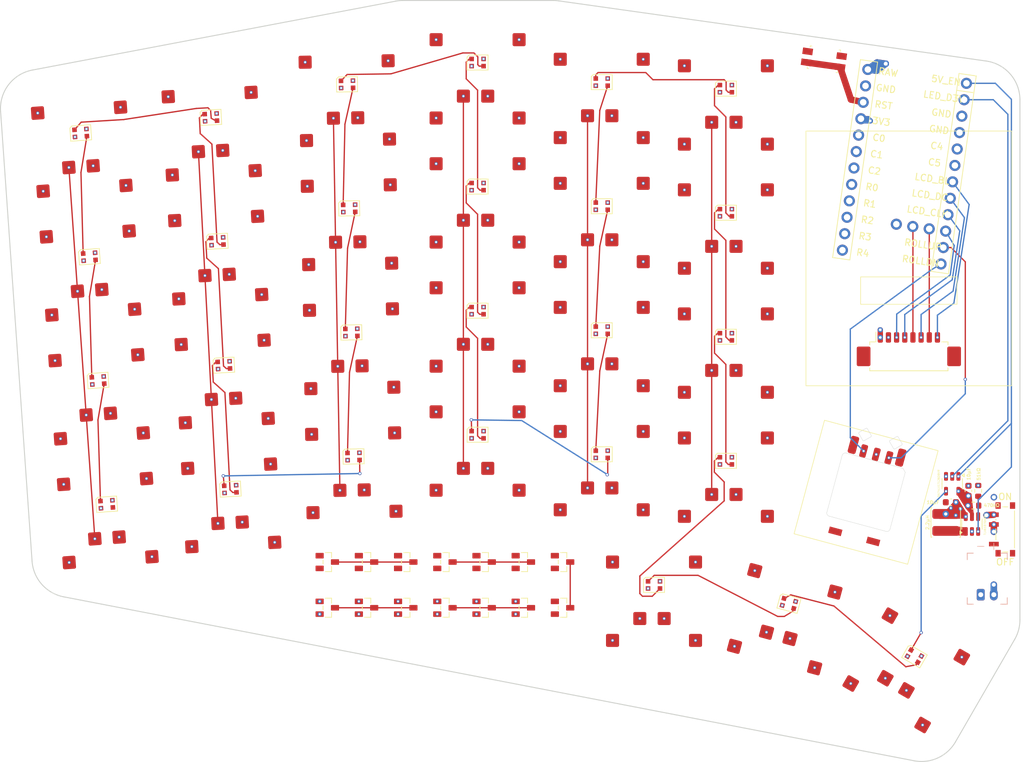
<source format=kicad_pcb>
(kicad_pcb (version 20241229) (generator "pcbnew") (generator_version "9.0")
  (title_block (title "toomanykeys") (date "2025-06-06") (rev "0.1") (company "huntercook"))
  (layers (0 "F.Cu" signal) (4 "In1.Cu" signal) (6 "In2.Cu" signal) (8 "In3.Cu" signal) (10 "In4.Cu" signal) (2 "B.Cu" signal) (13 "F.Paste" user) (15 "B.Paste" user) (5 "F.SilkS" user "F.Silkscreen") (7 "B.SilkS" user "B.Silkscreen") (1 "F.Mask" user) (3 "B.Mask" user) (25 "Edge.Cuts" user))
  (net 0 "")
  (net 1 "C0")
  (net 2 "finger_outer_bottom")
  (net 3 "GND")
  (net 4 "finger_outer_home")
  (net 5 "finger_outer_top")
  (net 6 "finger_outer_num")
  (net 7 "C1")
  (net 8 "finger_pinky_bottom")
  (net 9 "finger_pinky_home")
  (net 10 "finger_pinky_top")
  (net 11 "finger_pinky_num")
  (net 12 "C2")
  (net 13 "finger_ring_bottom")
  (net 14 "finger_ring_home")
  (net 15 "finger_ring_top")
  (net 16 "finger_ring_num")
  (net 17 "C3")
  (net 18 "finger_middle_bottom")
  (net 19 "finger_middle_home")
  (net 20 "finger_middle_top")
  (net 21 "finger_middle_num")
  (net 22 "C4")
  (net 23 "finger_index_bottom")
  (net 24 "finger_index_home")
  (net 25 "finger_index_top")
  (net 26 "finger_index_num")
  (net 27 "C5")
  (net 28 "finger_inner_bottom")
  (net 29 "finger_inner_home")
  (net 30 "finger_inner_top")
  (net 31 "finger_inner_num")
  (net 32 "thumb_near_fan")
  (net 33 "thumb_mid_fan")
  (net 34 "thumb_far_fan")
  (net 35 "roller")
  (net 36 "ROLLUP")
  (net 37 "ROLLDN")
  (net 38 "R0")
  (net 39 "R1")
  (net 40 "R2")
  (net 41 "R3")
  (net 42 "R4")
  (net 43 "RAW")
  (net 44 "RST")
  (net 45 "3V3")
  (net 46 "5V_EN")
  (net 47 "LED_D3V")
  (net 48 "LCD_BL")
  (net 49 "LCD_DC")
  (net 50 "LCD_CLK")
  (net 51 "LCD_DIN")
  (net 52 "LCD_RST")
  (net 53 "LCD_CS")
  (net 54 "BAT_P")
  (net 55 "LED_26")
  (net 56 "5V")
  (net 57 "LED_27")
  (net 58 "LED_25")
  (net 59 "LED_24")
  (net 60 "LED_23")
  (net 61 "LED_19")
  (net 62 "LED_20")
  (net 63 "LED_21")
  (net 64 "LED_22")
  (net 65 "LED_18")
  (net 66 "LED_17")
  (net 67 "LED_16")
  (net 68 "LED_15")
  (net 69 "LED_11")
  (net 70 "LED_12")
  (net 71 "LED_13")
  (net 72 "LED_14")
  (net 73 "LED_10")
  (net 74 "LED_9")
  (net 75 "LED_8")
  (net 76 "LED_7")
  (net 77 "LED_3")
  (net 78 "LED_4")
  (net 79 "LED_5")
  (net 80 "LED_6")
  (net 81 "LED_2")
  (net 82 "LED_1")
  (net 83 "LED_D5V")
  (net 84 "BOOST_FB")
  (net 85 "BOOST_SW")
  (footprint "Package_TO_SOT_SMD:SOT-23-6" (layer "F.Cu") (at 206.84778 197.373313 90)
    (property "Reference" "U1" (hide yes))
    (property "Value" "TLV61070ADBV")
  )
  (footprint "PG1316S" (layer "F.Cu") (at 131.191109 186.192835)
    (property "Reference" "S13" (hide yes))
    (property "Value" "")
  )
  (footprint "PG1316S" (layer "F.Cu") (at 91.492974 156.564954 3)
    (property "Reference" "S7" (hide yes))
    (property "Value" "")
  )
  (footprint "LED_WS2812B-2020_PLCC4_2.0x2.0mm" (layer "F.Cu") (at 169.191104 149.692836)
    (property "Reference" "LED23" (hide yes))
    (property "Value" "")
  )
  (footprint "PG1316S" (layer "F.Cu") (at 71.947033 158.928378 4)
    (property "Reference" "S3" (hide yes))
    (property "Value" "")
  )
  (footprint "LED_WS2812B-2020_PLCC4_2.0x2.0mm" (layer "F.Cu") (at 198.047871 217.610451 -30)
    (property "Reference" "LED27" (hide yes))
    (property "Value" "")
  )
  (footprint "PG1316S" (layer "F.Cu") (at 158.191105 209.192838)
    (property "Reference" "S25" (hide yes))
    (property "Value" "")
  )
  (footprint "LED_WS2812B-2020_PLCC4_2.0x2.0mm" (layer "F.Cu") (at 92.356516 173.042343 3)
    (property "Reference" "LED6" (hide yes))
    (property "Value" "")
  )
  (footprint "PG1316S" (layer "F.Cu") (at 111.583163 151.529765 1)
    (property "Reference" "S11" (hide yes))
    (property "Value" "")
  )
  (footprint "LED_WS2812B-2020_PLCC4_2.0x2.0mm" (layer "F.Cu") (at 111.539533 149.030145 1)
    (property "Reference" "LED11" (hide yes))
    (property "Value" "")
  )
  (footprint "BAV70 SOT23" (layer "F.Cu") (at 138.191108 210.192836 -90)
    (property "Reference" "D6" (hide yes))
    (property "Value" "BAV70")
  )
  (footprint "LED_WS2812B-2020_PLCC4_2.0x2.0mm" (layer "F.Cu") (at 111.87113 168.027246 1)
    (property "Reference" "LED10" (hide yes))
    (property "Value" "")
  )
  (footprint "PG1316S" (layer "F.Cu") (at 90.498589 137.590992 3)
    (property "Reference" "S8" (hide yes))
    (property "Value" "")
  )
  (footprint "LED_WS2812B-2020_PLCC4_2.0x2.0mm" (layer "F.Cu") (at 70.447271 137.480753 4)
    (property "Reference" "LED4" (hide yes))
    (property "Value" "")
  )
  (footprint "PG1316S" (layer "F.Cu") (at 112.246357 189.523978 1)
    (property "Reference" "S9" (hide yes))
    (property "Value" "")
  )
  (footprint "ceoloide:power_switch_smd_side" (layer "F.Cu") (at 211.936105 198.192836)
    (property "Reference" "PWR1" (hide yes))
    (property "Value" "")
  )
  (footprint "PG1316S" (layer "F.Cu") (at 150.191106 189.192836)
    (property "Reference" "S17" (hide yes))
    (property "Value" "")
  )
  (footprint "Capacitor_SMD:C_0603_1608Metric" (layer "F.Cu") (at 203.617781 194.038314 180)
    (property "Reference" "C1" (hide yes))
    (property "Value" "10μF")
  )
  (footprint "PG1316S" (layer "F.Cu") (at 150.191104 151.192838)
    (property "Reference" "S19" (hide yes))
    (property "Value" "")
  )
  (footprint "Package_TO_SOT_SMD:SOT-23-5" (layer "F.Cu") (at 203.827779 191.208313 -90)
    (property "Reference" "U2" (hide yes))
    (property "Value" "SN74LV1T126DBVR")
  )
  (footprint "LED_WS2812B-2020_PLCC4_2.0x2.0mm" (layer "F.Cu") (at 71.772642 156.434469 4)
    (property "Reference" "LED3" (hide yes))
    (property "Value" "")
  )
  (footprint "ceoloide:mounting_hole_npth" (layer "F.Cu") (at 144.191109 120.192836)
    (property "Reference" "MH4" (hide yes))
    (property "Value" "")
  )
  (footprint "BAV70 SOT23" (layer "F.Cu") (at 144.191105 203.192838 -90)
    (property "Reference" "D13" (hide yes))
    (property "Value" "BAV70")
  )
  (footprint "LED_WS2812B-2020_PLCC4_2.0x2.0mm" (layer "F.Cu") (at 169.191108 187.692835)
    (property "Reference" "LED21" (hide yes))
    (property "Value" "")
  )
  (footprint "LED_WS2812B-2020_PLCC4_2.0x2.0mm" (layer "F.Cu") (at 169.191107 130.692836)
    (property "Reference" "LED24" (hide yes))
    (property "Value" "")
  )
  (footprint "LED_WS2812B-2020_PLCC4_2.0x2.0mm" (layer "F.Cu") (at 131.191108 183.692837)
    (property "Reference" "LED13" (hide yes))
    (property "Value" "")
  )
  (footprint "LED_WS2812B-2020_PLCC4_2.0x2.0mm" (layer "F.Cu") (at 91.362134 154.068381 3)
    (property "Reference" "LED7" (hide yes))
    (property "Value" "")
  )
  (footprint "LED_WS2812B-2020_PLCC4_2.0x2.0mm" (layer "F.Cu") (at 150.191105 148.692838)
    (property "Reference" "LED19" (hide yes))
    (property "Value" "")
  )
  (footprint "LED_WS2812B-2020_PLCC4_2.0x2.0mm" (layer "F.Cu") (at 150.191106 129.692835)
    (property "Reference" "LED20" (hide yes))
    (property "Value" "")
  )
  (footprint "PG1316S" (layer "F.Cu") (at 196.797871 219.775515 -30)
    (property "Reference" "S27" (hide yes))
    (property "Value" "")
  )
  (footprint "BAV70 SOT23" (layer "F.Cu") (at 126.191107 210.192834 -90)
    (property "Reference" "D4" (hide yes))
    (property "Value" "BAV70")
  )
  (footprint "PG1316S" (layer "F.Cu") (at 131.191107 129.192836)
    (property "Reference" "S16" (hide yes))
    (property "Value" "")
  )
  (footprint "BAV70 SOT23" (layer "F.Cu") (at 114.191104 203.192838 -90)
    (property "Reference" "D8" (hide yes))
    (property "Value" "BAV70")
  )
  (footprint "PG1316S" (layer "F.Cu") (at 92.487356 175.538916 3)
    (property "Reference" "S6" (hide yes))
    (property "Value" "")
  )
  (footprint "PG1316S" (layer "F.Cu") (at 131.191109 167.192836)
    (property "Reference" "S14" (hide yes))
    (property "Value" "")
  )
  (footprint "BAV70 SOT23" (layer "F.Cu") (at 120.191109 210.192837 -90)
    (property "Reference" "D3" (hide yes))
    (property "Value" "BAV70")
  )
  (footprint "BAV70 SOT23" (layer "F.Cu") (at 114.191108 210.192836 -90)
    (property "Reference" "D2" (hide yes))
    (property "Value" "BAV70")
  )
  (footprint "huntercook:L_CJIANG_FTC404030S_4.1x4.1x3.0_SMD" (layer "F.Cu") (at 202.837779 197.125813 -90)
    (property "Reference" "L1" (hide yes))
    (property "Value" "2.2μH")
  )
  (footprint "LED_WS2812B-2020_PLCC4_2.0x2.0mm" (layer "F.Cu") (at 112.202725 187.024356 1)
    (property "Reference" "LED9" (hide yes))
    (property "Value" "")
  )
  (footprint "ceoloide:mounting_hole_npth" (layer "F.Cu") (at 143.19111 219.192838)
    (property "Reference" "MH5" (hide yes))
    (property "Value" "")
  )
  (footprint "ceoloide:mounting_hole_npth" (layer "F.Cu") (at 190.797871 230.167819 -30)
    (property "Reference" "MH6" (hide yes))
    (property "Value" "")
  )
  (footprint "LED_WS2812B-2020_PLCC4_2.0x2.0mm" (layer "F.Cu") (at 158.191105 206.692837)
    (property "Reference" "LED25" (hide yes))
    (property "Value" "")
  )
  (footprint "PG1316S" (layer "F.Cu") (at 111.251569 132.532654 1)
    (property "Reference" "S12" (hide yes))
    (property "Value" "")
  )
  (footprint "PG1316S" (layer "F.Cu") (at 111.914763 170.526869 1)
    (property "Reference" "S10" (hide yes))
    (property "Value" "")
  )
  (footprint "Molex_PicoBlade_53261-0871_1x08-1MP_P1.25mm_Horizontal" (layer "F.Cu") (at 197.191107 171.19284)
    (property "Reference" "CONN1" (hide yes))
    (property "Value" "")
  )
  (footprint "LCD_1.69_Waveshare" (layer "F.Cu") (at 197.191107 156.692837 180)
    (property "Reference" "LCD1" (hide yes))
    (property "Value" "")
  )
  (footprint "BAV70 SOT23" (layer "F.Cu") (at 138.191106 203.192834 -90)
    (property "Reference" "D12" (hide yes))
    (property "Value" "BAV70")
  )
  (footprint "PG1316S" (layer "F.Cu") (at 169.191109 171.19284)
    (property "Reference" "S22" (hide yes))
    (property "Value" "")
  )
  (footprint "LED_WS2812B-2020_PLCC4_2.0x2.0mm" (layer "F.Cu") (at 131.191106 164.692838)
    (property "Reference" "LED14" (hide yes))
    (property "Value" "")
  )
  (footprint "LED_WS2812B-2020_PLCC4_2.0x2.0mm" (layer "F.Cu") (at 169.191106 168.692837)
    (property "Reference" "LED22" (hide yes))
    (property "Value" "")
  )
  (footprint "PG1316S" (layer "F.Cu") (at 70.621661 139.974659 4)
    (property "Reference" "S4" (hide yes))
    (property "Value" "")
  )
  (footprint "PG1316S" (layer "F.Cu") (at 93.481741 194.512876 3)
    (property "Reference" "S5" (hide yes))
    (property "Value" "")
  )
  (footprint "CKW12" (layer "F.Cu") (at 190.646604 192.504203 75)
    (property "Reference" "RE1" (hide yes))
    (property "Value" "")
    (fp_line (start -4.500001 -5.000003) (end 4.5 -4.999999) (stroke (width 0.05)) (layer "Edge.Cuts"))
    (fp_line (start 5.000003 -4.500001) (end 4.999999 4.5) (stroke (width 0.05)) (layer "Edge.Cuts"))
    (fp_line (start 8.393603 -3.394266) (end 7.545075 -2.545736) (stroke (width 0.05)) (layer "Edge.Cuts"))
    (fp_line (start 8.605738 -3.394265) (end 9.454264 -2.545736) (stroke (width 0.05)) (layer "Edge.Cuts"))
    (fp_line (start 7.545078 -2.333605) (end 8.393604 -1.485077) (stroke (width 0.05)) (layer "Edge.Cuts"))
    (fp_line (start 8.605737 -1.485075) (end 9.454264 -2.333604) (stroke (width 0.05)) (layer "Edge.Cuts"))
    (fp_line (start -5.000003 4.500001) (end -4.999999 -4.5) (stroke (width 0.05)) (layer "Edge.Cuts"))
    (fp_line (start 8.397868 1.480812) (end 7.549338 2.32934) (stroke (width 0.05)) (layer "Edge.Cuts"))
    (fp_line (start 8.610001 1.480812) (end 9.458528 2.329341) (stroke (width 0.05)) (layer "Edge.Cuts"))
    (fp_line (start -4.5 4.999999) (end 4.500001 5.000003) (stroke (width 0.05)) (layer "Edge.Cuts"))
    (fp_line (start 7.549342 2.541471) (end 8.39787 3.390002) (stroke (width 0.05)) (layer "Edge.Cuts"))
    (fp_line (start 8.61 3.389998) (end 9.458526 2.541473) (stroke (width 0.05)) (layer "Edge.Cuts"))
    (fp_line (start 4.500001 5.000003) (end 4.999999 4.5) (stroke (width 0.05)) (layer "Edge.Cuts"))
    (fp_arc (start -4.999999 -4.5) (mid -4.853554 -4.853553) (end -4.500001 -5.000003) (stroke (width 0.05)) (layer "Edge.Cuts"))
    (fp_arc (start 4.5 -4.999999) (mid 4.853553 -4.853554) (end 5.000003 -4.500001) (stroke (width 0.05)) (layer "Edge.Cuts"))
    (fp_arc (start 8.393603 -3.394266) (mid 8.49967 -3.438198) (end 8.605738 -3.394265) (stroke (width 0.05)) (layer "Edge.Cuts"))
    (fp_arc (start 7.545078 -2.333605) (mid 7.501142 -2.43967) (end 7.545075 -2.545736) (stroke (width 0.05)) (layer "Edge.Cuts"))
    (fp_arc (start 9.454264 -2.545736) (mid 9.4982 -2.439671) (end 9.454264 -2.333604) (stroke (width 0.05)) (layer "Edge.Cuts"))
    (fp_arc (start 8.605737 -1.485075) (mid 8.499668 -1.441143) (end 8.393604 -1.485077) (stroke (width 0.05)) (layer "Edge.Cuts"))
    (fp_arc (start 8.397868 1.480812) (mid 8.503935 1.436877) (end 8.610001 1.480812) (stroke (width 0.05)) (layer "Edge.Cuts"))
    (fp_arc (start -4.5 4.999999) (mid -4.853553 4.853554) (end -5.000003 4.500001) (stroke (width 0.05)) (layer "Edge.Cuts"))
    (fp_arc (start 7.549342 2.541471) (mid 7.505406 2.435406) (end 7.549338 2.32934) (stroke (width 0.05)) (layer "Edge.Cuts"))
    (fp_arc (start 9.458528 2.329341) (mid 9.502462 2.435406) (end 9.458526 2.541473) (stroke (width 0.05)) (layer "Edge.Cuts"))
    (fp_arc (start 8.61 3.389998) (mid 8.503934 3.433934) (end 8.39787 3.390002) (stroke (width 0.05)) (layer "Edge.Cuts"))
  )
  (footprint "BAV70 SOT23" (layer "F.Cu") (at 108.191105 210.192834 -90)
    (property "Reference" "D1" (hide yes))
    (property "Value" "BAV70")
  )
  (footprint "BAV70 SOT23" (layer "F.Cu") (at 108.191105 203.192837 -90)
    (property "Reference" "D7" (hide yes))
    (property "Value" "BAV70")
  )
  (footprint "BAV70 SOT23" (layer "F.Cu") (at 126.191106 203.192839 -90)
    (property "Reference" "D10" (hide yes))
    (property "Value" "BAV70")
  )
  (footprint "LED_WS2812B-2020_PLCC4_2.0x2.0mm" (layer "F.Cu") (at 74.423387 194.341906 4)
    (property "Reference" "LED1" (hide yes))
    (property "Value" "")
  )
  (footprint "PG1316S" (layer "F.Cu") (at 169.191109 152.192837)
    (property "Reference" "S23" (hide yes))
    (property "Value" "")
  )
  (footprint "PG1316S" (layer "F.Cu") (at 74.59778 196.835815 4)
    (property "Reference" "S1" (hide yes))
    (property "Value" "")
  )
  (footprint "ceoloide:mounting_hole_npth" (layer "F.Cu") (at 79.760225 127.30633 4)
    (property "Reference" "MH1" (hide yes))
    (property "Value" "")
  )
  (footprint "BAV70 SOT23" (layer "F.Cu") (at 144.19111 210.192838 -90)
    (property "Reference" "D14" (hide yes))
    (property "Value" "BAV70")
  )
  (footprint "ceoloide:reset_switch_smd_side" (layer "F.Cu") (at 184.191106 126.192836 -8)
    (property "Reference" "RST1" (hide yes))
    (property "Value" "")
  )
  (footprint "LED_WS2812B-2020_PLCC4_2.0x2.0mm" (layer "F.Cu") (at 150.191105 167.692837)
    (property "Reference" "LED18" (hide yes))
    (property "Value" "")
  )
  (footprint "PG1316S" (layer "F.Cu") (at 169.191109 190.192837)
    (property "Reference" "S21" (hide yes))
    (property "Value" "")
  )
  (footprint "LED_WS2812B-2020_PLCC4_2.0x2.0mm" (layer "F.Cu") (at 131.191106 126.692839)
    (property "Reference" "LED16" (hide yes))
    (property "Value" "")
  )
  (footprint "BAV70 SOT23" (layer "F.Cu") (at 132.191105 203.192837 -90)
    (property "Reference" "D11" (hide yes))
    (property "Value" "BAV70")
  )
  (footprint "LED_WS2812B-2020_PLCC4_2.0x2.0mm" (layer "F.Cu") (at 73.098016 175.388188 4)
    (property "Reference" "LED2" (hide yes))
    (property "Value" "")
  )
  (footprint "ceoloide:mcu_nice_nano" (layer "F.Cu") (at 196.691108 141.392838 -8)
    (property "Reference" "MCU1" (hide yes))
    (property "Value" "")
  )
  (footprint "LED_WS2812B-2020_PLCC4_2.0x2.0mm" (layer "F.Cu") (at 131.191106 145.692836)
    (property "Reference" "LED15" (hide yes))
    (property "Value" "")
  )
  (footprint "Resistor_SMD:R_0603_1608Metric" (layer "F.Cu") (at 207.062777 194.545815)
    (property "Reference" "R1" (hide yes))
    (property "Value" "470kΩ")
  )
  (footprint "BAV70 SOT23" (layer "F.Cu") (at 132.191105 210.192837 -90)
    (property "Reference" "D5" (hide yes))
    (property "Value" "BAV70")
  )
  (footprint "PG1316S" (layer "F.Cu") (at 131.191103 148.192837)
    (property "Reference" "S15" (hide yes))
    (property "Value" "")
  )
  (footprint "LED_WS2812B-2020_PLCC4_2.0x2.0mm" (layer "F.Cu") (at 93.350902 192.016302 3)
    (property "Reference" "LED5" (hide yes))
    (property "Value" "")
  )
  (footprint "PG1316S" (layer "F.Cu") (at 73.272408 177.882096 4)
    (property "Reference" "S2" (hide yes))
    (property "Value" "")
  )
  (footprint "PG1316S" (layer "F.Cu") (at 150.191107 132.19284)
    (property "Reference" "S20" (hide yes))
    (property "Value" "")
  )
  (footprint "LED_WS2812B-2020_PLCC4_2.0x2.0mm" (layer "F.Cu") (at 150.191105 186.692837)
    (property "Reference" "LED17" (hide yes))
    (property "Value" "")
  )
  (footprint "LED_WS2812B-2020_PLCC4_2.0x2.0mm" (layer "F.Cu") (at 111.207938 130.033039 1)
    (property "Reference" "LED12" (hide yes))
    (property "Value" "")
  )
  (footprint "ceoloide:mounting_hole_npth" (layer "F.Cu") (at 118.191106 120.192838)
    (property "Reference" "MH3" (hide yes))
    (property "Value" "")
  )
  (footprint "PG1316S" (layer "F.Cu") (at 178.191105 211.942839 -15)
    (property "Reference" "S26" (hide yes))
    (property "Value" "")
  )
  (footprint "Capacitor_SMD:C_0603_1608Metric" (layer "F.Cu") (at 206.307781 192.290816 90)
    (property "Reference" "C2" (hide yes))
    (property "Value" "10μF")
  )
  (footprint "BAV70 SOT23" (layer "F.Cu") (at 120.191106 203.192836 -90)
    (property "Reference" "D9" (hide yes))
    (property "Value" "BAV70")
  )
  (footprint "LED_WS2812B-2020_PLCC4_2.0x2.0mm" (layer "F.Cu") (at 90.36775 135.09442 3)
    (property "Reference" "LED8" (hide yes))
    (property "Value" "")
  )
  (footprint "ceoloide:mounting_hole_npth" (layer "F.Cu") (at 82.230888 209.12172 3)
    (property "Reference" "MH2" (hide yes))
    (property "Value" "")
  )
  (footprint "ceoloide:mounting_hole_npth" (layer "F.Cu") (at 211.458123 214.383211 -30)
    (property "Reference" "MH7" (hide yes))
    (property "Value" "")
  )
  (footprint "PG1316S" (layer "F.Cu") (at 150.191104 170.192836)
    (property "Reference" "S18" (hide yes))
    (property "Value" "")
  )
  (footprint "Resistor_SMD:R_0603_1608Metric" (layer "F.Cu") (at 207.807784 192.290813 90)
    (property "Reference" "R2" (hide yes))
    (property "Value" "51kΩ")
  )
  (footprint "LED_WS2812B-2020_PLCC4_2.0x2.0mm" (layer "F.Cu") (at 178.838155 209.528024 -15)
    (property "Reference" "LED26" (hide yes))
    (property "Value" "")
  )
  (footprint "PG1316S" (layer "F.Cu") (at 169.191108 133.192837)
    (property "Reference" "S24" (hide yes))
    (property "Value" "")
  )
  (footprint "ceoloide:battery_connector_jst_ph_2" (layer "B.Cu") (at 209.191105 208.192837 180)
    (property "Reference" "JST1" (hide yes))
    (property "Value" "")
  )
  (gr_poly (pts (xy 206.754982 195.846163) (xy 205.975081 194.928691) (xy 204.655079 192.824505) (xy 204.582283 191.905427) (xy 204.992308 191.862074) (xy 206.677369 192.805774) (xy 207.038146 195.98694)) (stroke (width 0.2)) (fill yes) (layer "F.Cu") (net 56))
  (gr_poly (pts (xy 204.727878 193.743582) (xy 205.962767 195.734824) (xy 206.0634 196.455846) (xy 201.919798 196.479399) (xy 204.317853 193.786939)) (stroke (width 0.2)) (fill yes) (layer "F.Cu") (net 43))
  (gr_poly (pts (xy 206.087228 198.030406) (xy 204.587229 197.830406) (xy 204.487224 199.030407) (xy 206.087225 199.030406)) (stroke (width 0.2)) (fill yes) (layer "F.Cu") (net 85))
  (gr_line (start 63.002945 203.048999) (end 58.185762 134.160114) (stroke (width 0.15)) (layer "Edge.Cuts"))
  (gr_arc (start 58.185762 134.160114) (mid 59.419157 130.078464) (end 63.052445 127.846787) (stroke (width 0.15)) (layer "Edge.Cuts"))
  (gr_arc (start 142.770646 117.192837) (mid 143.190078 117.207513) (end 143.607458 117.251478) (stroke (width 0.15)) (layer "Edge.Cuts"))
  (gr_arc (start 67.85188 208.521852) (mid 64.497434 206.609385) (end 63.002945 203.048999) (stroke (width 0.15)) (layer "Edge.Cuts"))
  (gr_arc (start 209.027919 126.465628) (mid 212.719946 128.471314) (end 214.191108 132.406987) (stroke (width 0.15)) (layer "Edge.Cuts"))
  (gr_line (start 214.191108 132.406987) (end 214.191104 212.035591) (stroke (width 0.15)) (layer "Edge.Cuts"))
  (gr_line (start 119.755408 117.19284) (end 142.770646 117.192837) (stroke (width 0.15)) (layer "Edge.Cuts"))
  (gr_arc (start 214.191104 212.035591) (mid 213.986774 213.588101) (end 213.387679 215.034863) (stroke (width 0.15)) (layer "Edge.Cuts"))
  (gr_line (start 197.993603 233.626246) (end 67.85188 208.521852) (stroke (width 0.15)) (layer "Edge.Cuts"))
  (gr_arc (start 204.32663 230.734131) (mid 201.622486 233.192648) (end 197.993603 233.626246) (stroke (width 0.15)) (layer "Edge.Cuts"))
  (gr_line (start 63.052445 127.846787) (end 118.636702 117.298052) (stroke (width 0.15)) (layer "Edge.Cuts"))
  (gr_arc (start 118.636702 117.298052) (mid 119.193587 117.219203) (end 119.755408 117.19284) (stroke (width 0.15)) (layer "Edge.Cuts"))
  (gr_line (start 213.387677 215.034864) (end 204.32663 230.734131) (stroke (width 0.15)) (layer "Edge.Cuts"))
  (gr_line (start 143.607458 117.251478) (end 209.027919 126.465628) (stroke (width 0.15)) (layer "Edge.Cuts"))
  (segment (start 68.636816 142.769927) (end 69.962187 161.723643) (width 0.2) (layer "F.Cu") (net 1))
  (segment (start 71.287559 180.677364) (end 72.612932 199.631079) (width 0.2) (layer "F.Cu") (net 1))
  (segment (start 69.962187 161.723643) (end 71.287559 180.677364) (width 0.2) (layer "F.Cu") (net 1))
  (via (at 194.06611 168.792839) (size 0.5) (drill 0.3) (layers "F.Cu" "B.Cu") (net 3))
  (via (at 207.80778 191.465814) (size 0.6) (drill 0.3) (layers "F.Cu" "B.Cu") (net 3))
  (via (at 192.199518 186.708645) (size 0.5) (drill 0.3) (layers "F.Cu" "B.Cu") (net 3))
  (via (at 206.30778 191.515814) (size 0.6) (drill 0.3) (layers "F.Cu" "B.Cu") (net 3))
  (via (at 202.877781 190.070815) (size 0.6) (drill 0.3) (layers "F.Cu" "B.Cu") (net 3))
  (via (at 206.847777 198.510815) (size 0.6) (drill 0.3) (layers "F.Cu" "B.Cu") (net 3))
  (via (at 125.016109 209.217834) (size 0.5) (drill 0.3) (layers "F.Cu" "B.Cu") (net 5))
  (via (at 107.016108 209.217837) (size 0.6) (drill 0.3) (layers "F.Cu" "B.Cu") (net 6))
  (segment (start 88.465259 140.351194) (end 89.459644 159.325152) (width 0.2) (layer "F.Cu") (net 7))
  (segment (start 90.454028 178.299116) (end 91.448412 197.273073) (width 0.2) (layer "F.Cu") (net 7))
  (segment (start 89.459644 159.325152) (end 90.454028 178.299116) (width 0.2) (layer "F.Cu") (net 7))
  (via (at 125.016108 211.167834) (size 0.5) (drill 0.3) (layers "F.Cu" "B.Cu") (net 10))
  (via (at 107.016106 211.167837) (size 0.6) (drill 0.3) (layers "F.Cu" "B.Cu") (net 11))
  (segment (start 109.454745 154.217317) (end 109.786342 173.214424) (width 0.2) (layer "F.Cu") (net 12))
  (segment (start 109.786342 173.214424) (end 110.117941 192.211532) (width 0.2) (layer "F.Cu") (net 12))
  (segment (start 109.12315 135.220209) (end 109.454745 154.217317) (width 0.2) (layer "F.Cu") (net 12))
  (via (at 131.016107 209.217837) (size 0.5) (drill 0.3) (layers "F.Cu" "B.Cu") (net 15))
  (via (at 113.016108 209.217836) (size 0.5) (drill 0.3) (layers "F.Cu" "B.Cu") (net 16))
  (segment (start 129.016106 150.842838) (end 129.016107 169.842837) (width 0.2) (layer "F.Cu") (net 17))
  (segment (start 129.016107 169.842837) (end 129.016107 188.842838) (width 0.2) (layer "F.Cu") (net 17))
  (segment (start 129.016107 131.842837) (end 129.016106 150.842838) (width 0.2) (layer "F.Cu") (net 17))
  (via (at 131.016106 211.167837) (size 0.5) (drill 0.3) (layers "F.Cu" "B.Cu") (net 20))
  (via (at 113.016109 211.167837) (size 0.5) (drill 0.3) (layers "F.Cu" "B.Cu") (net 21))
  (segment (start 148.016108 153.842838) (end 148.016105 172.842838) (width 0.2) (layer "F.Cu") (net 22))
  (segment (start 148.016105 172.842838) (end 148.016106 191.842838) (width 0.2) (layer "F.Cu") (net 22))
  (segment (start 148.016109 134.842838) (end 148.016108 153.842838) (width 0.2) (layer "F.Cu") (net 22))
  (via (at 137.01611 209.217836) (size 0.5) (drill 0.3) (layers "F.Cu" "B.Cu") (net 25))
  (via (at 119.016108 209.217839) (size 0.5) (drill 0.3) (layers "F.Cu" "B.Cu") (net 26))
  (segment (start 167.016107 173.842838) (end 167.016108 154.842837) (width 0.2) (layer "F.Cu") (net 27))
  (segment (start 167.016108 154.842837) (end 167.016107 135.842836) (width 0.2) (layer "F.Cu") (net 27))
  (segment (start 167.016105 192.842835) (end 167.016107 173.842838) (width 0.2) (layer "F.Cu") (net 27))
  (via (at 137.016109 211.167836) (size 0.5) (drill 0.3) (layers "F.Cu" "B.Cu") (net 30))
  (via (at 119.016108 211.167837) (size 0.5) (drill 0.3) (layers "F.Cu" "B.Cu") (net 31))
  (segment (start 203.643021 155.02974) (end 202.469451 155.029742) (width 0.2) (layer "F.Cu") (net 36))
  (segment (start 205.831411 175.218128) (end 205.831409 157.218128) (width 0.2) (layer "F.Cu") (net 36))
  (segment (start 205.831409 157.218128) (end 203.643021 155.02974) (width 0.2) (layer "F.Cu") (net 36))
  (via (at 194.131372 187.226286) (size 0.5) (drill 0.3) (layers "F.Cu" "B.Cu") (net 36))
  (via (at 205.831411 175.218128) (size 0.5) (drill 0.3) (layers "F.Cu" "B.Cu") (net 36))
  (segment (start 194.131372 187.226286) (end 196.023253 187.226286) (width 0.2) (layer "B.Cu") (net 36))
  (segment (start 196.023253 187.226286) (end 205.831409 177.418128) (width 0.2) (layer "B.Cu") (net 36))
  (segment (start 205.831409 177.418128) (end 205.831411 175.218128) (width 0.2) (layer "B.Cu") (net 36))
  (via (at 190.267668 186.191008) (size 0.5) (drill 0.3) (layers "F.Cu" "B.Cu") (net 37))
  (segment (start 188.23141 167.518127) (end 200.652369 158.42736) (width 0.2) (layer "B.Cu") (net 37))
  (segment (start 188.231411 184.154751) (end 190.267668 186.191008) (width 0.2) (layer "B.Cu") (net 37))
  (segment (start 200.652369 158.42736) (end 202.115952 157.545022) (width 0.2) (layer "B.Cu") (net 37))
  (segment (start 188.23141 167.518127) (end 188.231411 184.154751) (width 0.2) (layer "B.Cu") (net 37))
  (segment (start 109.366105 210.192835) (end 121.366107 210.192838) (width 0.2) (layer "F.Cu") (net 38))
  (segment (start 127.366107 210.192835) (end 139.366107 210.192837) (width 0.2) (layer "F.Cu") (net 39))
  (segment (start 121.366106 203.192837) (end 109.366106 203.192837) (width 0.2) (layer "F.Cu") (net 40))
  (segment (start 139.366104 203.192834) (end 127.366106 203.192838) (width 0.2) (layer "F.Cu") (net 41))
  (segment (start 145.366104 203.192838) (end 145.366108 210.192836) (width 0.2) (layer "F.Cu") (net 42))
  (segment (start 192.241934 127.942735) (end 193.653381 126.879132) (width 1) (layer "F.Cu") (net 43))
  (segment (start 210.201108 195.942837) (end 209.0768 196.019383) (width 1) (layer "F.Cu") (net 43))
  (segment (start 193.653381 126.879132) (end 192.32421 126.692332) (width 1) (layer "F.Cu") (net 43))
  (segment (start 190.912762 127.755934) (end 192.241934 127.942735) (width 1) (layer "F.Cu") (net 43))
  (segment (start 202.837778 195.825813) (end 203.08028 195.825815) (width 1) (layer "F.Cu") (net 43))
  (segment (start 192.32421 126.692332) (end 190.912762 127.755934) (width 1) (layer "F.Cu") (net 43))
  (via (at 205.897782 196.235813) (size 0.6) (drill 0.3) (layers "F.Cu" "B.Cu") (net 43))
  (via (at 210.201108 195.942837) (size 0.7) (drill 0.4) (layers "F.Cu" "B.Cu") (net 43))
  (via (at 210.209501 193.263223) (size 1) (drill 0.6) (layers "F.Cu" "B.Cu") (net 43))
  (via (at 205.086644 195.05145) (size 0.6) (drill 0.3) (layers "F.Cu" "B.Cu") (net 43))
  (via (at 203.622406 194.923868) (size 0.6) (drill 0.3) (layers "F.Cu" "B.Cu") (net 43))
  (via (at 202.837778 195.825813) (size 1) (drill 0.5) (layers "F.Cu" "B.Cu") (net 43))
  (via (at 204.372234 196.03141) (size 0.6) (drill 0.3) (layers "F.Cu" "B.Cu") (net 43))
  (via (at 204.39278 194.038314) (size 0.8) (drill 0.4) (layers "F.Cu" "B.Cu") (net 43))
  (via (at 209.0768 196.019383) (size 1) (drill 0.6) (layers "F.Cu" "B.Cu") (net 43))
  (via (at 193.653381 126.879132) (size 1) (drill 0.6) (layers "F.Cu" "B.Cu") (net 43))
  (segment (start 193.653381 126.879132) (end 192.32421 126.692332) (width 1) (layer "B.Cu") (net 43))
  (segment (start 192.32421 126.692332) (end 190.912762 127.755934) (width 1) (layer "B.Cu") (net 43))
  (segment (start 192.241934 127.942735) (end 193.653381 126.879132) (width 1) (layer "B.Cu") (net 43))
  (segment (start 190.912762 127.755934) (end 192.241934 127.942735) (width 1) (layer "B.Cu") (net 43))
  (segment (start 181.473353 126.669234) (end 186.672262 127.399894) (width 1) (layer "F.Cu") (net 44))
  (segment (start 186.672262 127.399894) (end 188.329289 132.360589) (width 1) (layer "F.Cu") (net 44))
  (segment (start 188.329289 132.360589) (end 190.205763 132.786495) (width 1) (layer "F.Cu") (net 44))
  (segment (start 190.958594 135.301773) (end 191.287225 135.630407) (width 0.8) (layer "F.Cu") (net 45))
  (segment (start 190.180894 135.630404) (end 189.852264 135.301777) (width 0.8) (layer "F.Cu") (net 45))
  (segment (start 192.816106 167.630406) (end 192.816105 168.792838) (width 0.8) (layer "F.Cu") (net 45))
  (segment (start 191.287225 135.630407) (end 190.180894 135.630404) (width 0.8) (layer "F.Cu") (net 45))
  (segment (start 189.852264 135.301777) (end 190.958594 135.301773) (width 0.8) (layer "F.Cu") (net 45))
  (via (at 192.816106 167.630406) (size 0.8) (drill 0.4) (layers "F.Cu" "B.Cu") (net 45))
  (via (at 192.816105 168.792838) (size 0.8) (drill 0.4) (layers "F.Cu" "B.Cu") (net 45))
  (via (at 191.287225 135.630407) (size 0.8) (drill 0.4) (layers "F.Cu" "B.Cu") (net 45))
  (segment (start 189.852264 135.301777) (end 190.958594 135.301773) (width 0.8) (layer "B.Cu") (net 45))
  (segment (start 190.958594 135.301773) (end 191.287225 135.630407) (width 0.8) (layer "B.Cu") (net 45))
  (segment (start 191.287225 135.630407) (end 190.180894 135.630404) (width 0.8) (layer "B.Cu") (net 45))
  (segment (start 190.180894 135.630404) (end 189.852264 135.301777) (width 0.8) (layer "B.Cu") (net 45))
  (via (at 207.79778 198.510813) (size 0.5) (drill 0.3) (layers "F.Cu" "B.Cu") (net 46))
  (via (at 204.777777 190.070813) (size 0.5) (drill 0.3) (layers "F.Cu" "B.Cu") (net 46))
  (segment (start 210.43375 129.87693) (end 206.004448 129.876932) (width 0.2) (layer "B.Cu") (net 46))
  (segment (start 212.887228 181.930408) (end 212.887227 132.330407) (width 0.2) (layer "B.Cu") (net 46))
  (segment (start 204.777777 190.070813) (end 212.887227 181.961364) (width 0.2) (layer "B.Cu") (net 46))
  (segment (start 207.79778 193.719853) (end 212.887227 188.630407) (width 0.2) (layer "B.Cu") (net 46))
  (segment (start 212.887227 181.961364) (end 212.887228 181.930408) (width 0.2) (layer "B.Cu") (net 46))
  (segment (start 212.887227 188.630407) (end 212.887228 181.930408) (width 0.2) (layer "B.Cu") (net 46))
  (segment (start 212.887227 132.330407) (end 210.43375 129.87693) (width 0.2) (layer "B.Cu") (net 46))
  (segment (start 207.79778 198.510813) (end 207.79778 193.719853) (width 0.2) (layer "B.Cu") (net 46))
  (via (at 203.827778 190.070813) (size 0.5) (drill 0.3) (layers "F.Cu" "B.Cu") (net 47))
  (segment (start 212.347514 134.627417) (end 210.112308 132.392212) (width 0.2) (layer "B.Cu") (net 47))
  (segment (start 212.347513 181.551078) (end 212.347514 134.627417) (width 0.2) (layer "B.Cu") (net 47))
  (segment (start 210.112308 132.392212) (end 205.650947 132.392213) (width 0.2) (layer "B.Cu") (net 47))
  (segment (start 203.827778 190.070813) (end 212.347513 181.551078) (width 0.2) (layer "B.Cu") (net 47))
  (via (at 201.566107 168.792838) (size 0.5) (drill 0.3) (layers "F.Cu" "B.Cu") (net 48))
  (segment (start 201.566107 168.792838) (end 201.566109 165.383431) (width 0.2) (layer "B.Cu") (net 48))
  (segment (start 206.421322 148.436178) (end 203.883449 144.968618) (width 0.2) (layer "B.Cu") (net 48))
  (segment (start 201.566109 165.383431) (end 204.082906 163.541412) (width 0.2) (layer "B.Cu") (net 48))
  (segment (start 204.082906 163.541412) (end 206.421322 148.436178) (width 0.2) (layer "B.Cu") (net 48))
  (via (at 199.066108 168.792837) (size 0.5) (drill 0.3) (layers "F.Cu" "B.Cu") (net 49))
  (segment (start 199.066108 168.792837) (end 199.066108 165.28343) (width 0.2) (layer "B.Cu") (net 49))
  (segment (start 199.066108 165.28343) (end 203.962188 161.700039) (width 0.2) (layer "B.Cu") (net 49))
  (segment (start 203.962188 161.700039) (end 205.703267 150.453359) (width 0.2) (layer "B.Cu") (net 49))
  (segment (start 205.703267 150.453359) (end 203.529949 147.483898) (width 0.2) (layer "B.Cu") (net 49))
  (via (at 196.566106 168.792837) (size 0.5) (drill 0.3) (layers "F.Cu" "B.Cu") (net 50))
  (segment (start 196.566106 168.792837) (end 196.566108 165.283432) (width 0.2) (layer "B.Cu") (net 50))
  (segment (start 196.566108 165.283432) (end 203.824013 159.971449) (width 0.2) (layer "B.Cu") (net 50))
  (segment (start 203.824013 159.971449) (end 204.985213 152.47054) (width 0.2) (layer "B.Cu") (net 50))
  (segment (start 204.985213 152.47054) (end 203.176452 149.999179) (width 0.2) (layer "B.Cu") (net 50))
  (via (at 195.316106 168.792837) (size 0.5) (drill 0.3) (layers "F.Cu" "B.Cu") (net 51))
  (segment (start 195.316106 168.792837) (end 195.331411 165.218129) (width 0.2) (layer "B.Cu") (net 51))
  (segment (start 203.53141 159.218129) (end 204.131409 154.718127) (width 0.2) (layer "B.Cu") (net 51))
  (segment (start 204.131409 154.718127) (end 202.822951 152.51446) (width 0.2) (layer "B.Cu") (net 51))
  (segment (start 195.331411 165.218129) (end 203.53141 159.218129) (width 0.2) (layer "B.Cu") (net 51))
  (segment (start 200.316109 152.169398) (end 200.307668 152.16096) (width 0.2) (layer "F.Cu") (net 52))
  (segment (start 200.316107 168.792836) (end 200.316109 152.169398) (width 0.2) (layer "F.Cu") (net 52))
  (segment (start 197.816106 168.792837) (end 197.816106 151.831178) (width 0.2) (layer "F.Cu") (net 53))
  (segment (start 197.816106 151.831178) (end 197.792391 151.80746) (width 0.2) (layer "F.Cu") (net 53))
  (segment (start 210.192527 206.664307) (end 210.191108 208.192838) (width 1) (layer "F.Cu") (net 54))
  (segment (start 210.201108 197.442839) (end 210.200078 198.546764) (width 1) (layer "F.Cu") (net 54))
  (via (at 210.192527 206.664307) (size 1) (drill 0.6) (layers "F.Cu" "B.Cu") (net 54))
  (via (at 210.200078 198.546764) (size 1) (drill 0.6) (layers "F.Cu" "B.Cu") (net 54))
  (via (at 210.201108 197.442839) (size 0.7) (drill 0.4) (layers "F.Cu" "B.Cu") (net 54))
  (segment (start 210.192527 206.664307) (end 210.191108 208.192838) (width 1) (layer "B.Cu") (net 54))
  (segment (start 73.087225 181.430405) (end 73.472251 193.857073) (width 0.2) (layer "F.Cu") (net 55))
  (segment (start 74.049155 175.873019) (end 73.087225 181.430405) (width 0.2) (layer "F.Cu") (net 55))
  (segment (start 206.298017 193.056053) (end 206.30778 193.065814) (width 0.5) (layer "F.Cu") (net 56))
  (segment (start 206.097779 192.855815) (end 206.298017 193.056053) (width 0.5) (layer "F.Cu") (net 56))
  (via (at 204.777777 192.345815) (size 0.6) (drill 0.3) (layers "F.Cu" "B.Cu") (net 56))
  (via (at 206.298017 193.056053) (size 0.8) (drill 0.5) (layers "F.Cu" "B.Cu") (net 56))
  (via (at 206.237778 194.545813) (size 0.8) (drill 0.5) (layers "F.Cu" "B.Cu") (net 56))
  (segment (start 72.72378 156.919303) (end 71.787226 162.530407) (width 0.2) (layer "F.Cu") (net 58))
  (segment (start 71.787226 162.530407) (end 72.146879 174.903356) (width 0.2) (layer "F.Cu") (net 58))
  (segment (start 70.487225 143.530408) (end 70.821504 155.949638) (width 0.2) (layer "F.Cu") (net 59))
  (segment (start 71.398408 137.965585) (end 70.487225 143.530408) (width 0.2) (layer "F.Cu") (net 59))
  (segment (start 70.524478 135.826172) (end 69.496133 136.99592) (width 0.2) (layer "F.Cu") (net 60))
  (segment (start 90.32448 134.026172) (end 89.924479 133.626171) (width 0.2) (layer "F.Cu") (net 60))
  (segment (start 90.42448 135.22617) (end 90.32448 134.026172) (width 0.2) (layer "F.Cu") (net 60))
  (segment (start 89.924479 133.626171) (end 88.12448 133.726171) (width 0.2) (layer "F.Cu") (net 60))
  (segment (start 77.024479 135.42617) (end 70.524478 135.826172) (width 0.2) (layer "F.Cu") (net 60))
  (segment (start 88.12448 133.726171) (end 77.024479 135.42617) (width 0.2) (layer "F.Cu") (net 60))
  (segment (start 91.310278 135.595778) (end 91.124479 135.626171) (width 0.2) (layer "F.Cu") (net 60))
  (segment (start 91.124479 135.626171) (end 90.42448 135.22617) (width 0.2) (layer "F.Cu") (net 60))
  (segment (start 113.127184 187.558301) (end 113.163347 189.630155) (width 0.2) (layer "F.Cu") (net 61))
  (segment (start 113.163347 189.630155) (end 113.168251 189.634891) (width 0.2) (layer "F.Cu") (net 61))
  (segment (start 92.408371 191.514944) (end 92.271435 189.999645) (width 0.2) (layer "F.Cu") (net 61))
  (via (at 113.168251 189.634891) (size 0.5) (drill 0.3) (layers "F.Cu" "B.Cu") (net 61))
  (via (at 92.271435 189.999645) (size 0.5) (drill 0.3) (layers "F.Cu" "B.Cu") (net 61))
  (segment (start 113.168251 189.634891) (end 92.271435 189.999645) (width 0.2) (layer "B.Cu") (net 61))
  (segment (start 94.293433 192.517662) (end 93.744185 192.546447) (width 0.2) (layer "F.Cu") (net 62))
  (segment (start 90.732934 175.623987) (end 90.602096 173.127414) (width 0.2) (layer "F.Cu") (net 62))
  (segment (start 90.602096 173.127414) (end 91.116061 172.556597) (width 0.2) (layer "F.Cu") (net 62))
  (segment (start 91.116061 172.556597) (end 91.413985 172.540984) (width 0.2) (layer "F.Cu") (net 62))
  (segment (start 92.519577 177.232685) (end 90.732934 175.623987) (width 0.2) (layer "F.Cu") (net 62))
  (segment (start 93.744185 192.546447) (end 93.301237 192.147612) (width 0.2) (layer "F.Cu") (net 62))
  (segment (start 93.301237 192.147612) (end 92.519577 177.232685) (width 0.2) (layer "F.Cu") (net 62))
  (segment (start 91.525194 158.258724) (end 89.738553 156.650025) (width 0.2) (layer "F.Cu") (net 63))
  (segment (start 89.738553 156.650025) (end 89.607713 154.153453) (width 0.2) (layer "F.Cu") (net 63))
  (segment (start 92.306855 173.173655) (end 91.525194 158.258724) (width 0.2) (layer "F.Cu") (net 63))
  (segment (start 89.607713 154.153453) (end 90.121679 153.582636) (width 0.2) (layer "F.Cu") (net 63))
  (segment (start 93.299047 173.5437) (end 92.749801 173.572487) (width 0.2) (layer "F.Cu") (net 63))
  (segment (start 90.121679 153.582636) (end 90.419602 153.567022) (width 0.2) (layer "F.Cu") (net 63))
  (segment (start 92.749801 173.572487) (end 92.306855 173.173655) (width 0.2) (layer "F.Cu") (net 63))
  (segment (start 91.312469 154.199693) (end 90.525579 139.184901) (width 0.2) (layer "F.Cu") (net 64))
  (segment (start 88.738935 137.576201) (end 88.613328 135.17949) (width 0.2) (layer "F.Cu") (net 64))
  (segment (start 89.127294 134.608673) (end 89.42522 134.593061) (width 0.2) (layer "F.Cu") (net 64))
  (segment (start 88.613328 135.17949) (end 89.127294 134.608673) (width 0.2) (layer "F.Cu") (net 64))
  (segment (start 90.525579 139.184901) (end 88.738935 137.576201) (width 0.2) (layer "F.Cu") (net 64))
  (segment (start 92.304664 154.569737) (end 91.755416 154.598526) (width 0.2) (layer "F.Cu") (net 64))
  (segment (start 91.755416 154.598526) (end 91.312469 154.199693) (width 0.2) (layer "F.Cu") (net 64))
  (segment (start 112.795588 168.561193) (end 111.587226 174.130409) (width 0.2) (layer "F.Cu") (net 65))
  (segment (start 111.587226 174.130409) (end 111.278266 186.490407) (width 0.2) (layer "F.Cu") (net 65))
  (segment (start 112.463993 149.564092) (end 111.287229 155.130409) (width 0.2) (layer "F.Cu") (net 66))
  (segment (start 111.287229 155.130409) (end 110.946669 167.4933) (width 0.2) (layer "F.Cu") (net 66))
  (segment (start 112.132397 130.566985) (end 110.887225 136.130409) (width 0.2) (layer "F.Cu") (net 67))
  (segment (start 110.887225 136.130409) (end 110.615076 148.496196) (width 0.2) (layer "F.Cu") (net 67))
  (segment (start 131.441148 127.242838) (end 131.224479 127.026172) (width 0.2) (layer "F.Cu") (net 68))
  (segment (start 131.224479 125.826172) (end 130.624481 125.226171) (width 0.2) (layer "F.Cu") (net 68))
  (segment (start 117.924481 128.426172) (end 111.22448 128.526171) (width 0.2) (layer "F.Cu") (net 68))
  (segment (start 130.624481 125.226171) (end 128.92448 125.226172) (width 0.2) (layer "F.Cu") (net 68))
  (segment (start 131.224479 127.026172) (end 131.224479 125.826172) (width 0.2) (layer "F.Cu") (net 68))
  (segment (start 132.106107 127.24284) (end 131.441148 127.242838) (width 0.2) (layer "F.Cu") (net 68))
  (segment (start 128.92448 125.226172) (end 117.924481 128.426172) (width 0.2) (layer "F.Cu") (net 68))
  (segment (start 111.22448 128.526171) (end 110.28348 129.499092) (width 0.2) (layer "F.Cu") (net 68))
  (segment (start 151.106105 189.743433) (end 151.031409 189.81813) (width 0.2) (layer "F.Cu") (net 69))
  (segment (start 151.106106 187.242837) (end 151.106105 189.743433) (width 0.2) (layer "F.Cu") (net 69))
  (segment (start 130.231409 181.418128) (end 130.27611 183.142837) (width 0.2) (layer "F.Cu") (net 69))
  (via (at 130.231409 181.418128) (size 0.5) (drill 0.3) (layers "F.Cu" "B.Cu") (net 69))
  (via (at 151.031409 189.81813) (size 0.5) (drill 0.3) (layers "F.Cu" "B.Cu") (net 69))
  (segment (start 150.931409 189.71813) (end 137.931409 181.518129) (width 0.2) (layer "B.Cu") (net 69))
  (segment (start 151.031409 189.81813) (end 150.931409 189.71813) (width 0.2) (layer "B.Cu") (net 69))
  (segment (start 137.931409 181.518129) (end 130.231409 181.418128) (width 0.2) (layer "B.Cu") (net 69))
  (segment (start 132.10611 184.242837) (end 131.556111 184.242838) (width 0.2) (layer "F.Cu") (net 70))
  (segment (start 131.187227 168.930407) (end 129.447532 167.190711) (width 0.2) (layer "F.Cu") (net 70))
  (segment (start 131.556111 184.242838) (end 131.187227 183.873954) (width 0.2) (layer "F.Cu") (net 70))
  (segment (start 129.447532 167.190711) (end 129.447531 164.627399) (width 0.2) (layer "F.Cu") (net 70))
  (segment (start 129.447531 164.627399) (end 129.932093 164.14284) (width 0.2) (layer "F.Cu") (net 70))
  (segment (start 129.932093 164.14284) (end 130.276106 164.142838) (width 0.2) (layer "F.Cu") (net 70))
  (segment (start 131.187227 183.873954) (end 131.187227 168.930407) (width 0.2) (layer "F.Cu") (net 70))
  (segment (start 131.187225 164.930406) (end 131.187225 149.930407) (width 0.2) (layer "F.Cu") (net 71))
  (segment (start 129.44752 148.190703) (end 129.447521 145.627408) (width 0.2) (layer "F.Cu") (net 71))
  (segment (start 131.187225 149.930407) (end 129.44752 148.190703) (width 0.2) (layer "F.Cu") (net 71))
  (segment (start 129.447521 145.627408) (end 129.932093 145.142836) (width 0.2) (layer "F.Cu") (net 71))
  (segment (start 131.499655 165.242836) (end 131.187225 164.930406) (width 0.2) (layer "F.Cu") (net 71))
  (segment (start 132.106105 165.242836) (end 131.499655 165.242836) (width 0.2) (layer "F.Cu") (net 71))
  (segment (start 129.932093 145.142836) (end 130.276109 145.142837) (width 0.2) (layer "F.Cu") (net 71))
  (segment (start 132.106107 146.242836) (end 131.556107 146.242836) (width 0.2) (layer "F.Cu") (net 72))
  (segment (start 131.556107 146.242836) (end 131.187224 145.873955) (width 0.2) (layer "F.Cu") (net 72))
  (segment (start 129.447513 126.627419) (end 129.932093 126.14284) (width 0.2) (layer "F.Cu") (net 72))
  (segment (start 129.447511 129.190696) (end 129.447513 126.627419) (width 0.2) (layer "F.Cu") (net 72))
  (segment (start 131.187225 130.930408) (end 129.447511 129.190696) (width 0.2) (layer "F.Cu") (net 72))
  (segment (start 129.932093 126.14284) (end 130.276107 126.142838) (width 0.2) (layer "F.Cu") (net 72))
  (segment (start 131.187224 145.873955) (end 131.187225 130.930408) (width 0.2) (layer "F.Cu") (net 72))
  (segment (start 149.887225 173.930407) (end 149.276104 186.142837) (width 0.2) (layer "F.Cu") (net 73))
  (segment (start 151.106106 168.242837) (end 149.887225 173.930407) (width 0.2) (layer "F.Cu") (net 73))
  (segment (start 149.887224 154.830408) (end 149.276106 167.142837) (width 0.2) (layer "F.Cu") (net 74))
  (segment (start 151.106106 149.242837) (end 149.887224 154.830408) (width 0.2) (layer "F.Cu") (net 74))
  (segment (start 151.106107 130.242838) (end 149.887225 134.030407) (width 0.2) (layer "F.Cu") (net 75))
  (segment (start 149.887225 134.030407) (end 149.276108 148.142837) (width 0.2) (layer "F.Cu") (net 75))
  (segment (start 149.276106 128.574544) (end 149.276106 129.142837) (width 0.2) (layer "F.Cu") (net 76))
  (segment (start 168.924479 129.326174) (end 158.024479 129.326172) (width 0.2) (layer "F.Cu") (net 76))
  (segment (start 169.556104 131.242835) (end 169.224482 130.911212) (width 0.2) (layer "F.Cu") (net 76))
  (segment (start 170.106106 131.242836) (end 169.556104 131.242835) (width 0.2) (layer "F.Cu") (net 76))
  (segment (start 149.624481 128.226172) (end 149.276106 128.574544) (width 0.2) (layer "F.Cu") (net 76))
  (segment (start 156.924481 128.226171) (end 149.624481 128.226172) (width 0.2) (layer "F.Cu") (net 76))
  (segment (start 169.224482 130.911212) (end 169.22448 129.626172) (width 0.2) (layer "F.Cu") (net 76))
  (segment (start 169.22448 129.626172) (end 168.924479 129.326174) (width 0.2) (layer "F.Cu") (net 76))
  (segment (start 158.024479 129.326172) (end 156.924481 128.226171) (width 0.2) (layer "F.Cu") (net 76))
  (segment (start 157.924479 208.426174) (end 159.106104 207.242836) (width 0.2) (layer "F.Cu") (net 77))
  (segment (start 168.276107 187.142838) (end 168.007815 187.142837) (width 0.2) (layer "F.Cu") (net 77))
  (segment (start 156.024479 208.026172) (end 156.42448 208.426172) (width 0.2) (layer "F.Cu") (net 77))
  (segment (start 156.024479 205.326171) (end 156.024479 208.026172) (width 0.2) (layer "F.Cu") (net 77))
  (segment (start 167.424481 189.42617) (end 168.92448 190.926172) (width 0.2) (layer "F.Cu") (net 77))
  (segment (start 156.42448 208.426172) (end 157.924479 208.426174) (width 0.2) (layer "F.Cu") (net 77))
  (segment (start 168.924482 193.826171) (end 156.024479 205.326171) (width 0.2) (layer "F.Cu") (net 77))
  (segment (start 168.007815 187.142837) (end 167.424478 187.72617) (width 0.2) (layer "F.Cu") (net 77))
  (segment (start 168.92448 190.926172) (end 168.924482 193.826171) (width 0.2) (layer "F.Cu") (net 77))
  (segment (start 167.424478 187.72617) (end 167.424481 189.42617) (width 0.2) (layer "F.Cu") (net 77))
  (segment (start 170.106107 188.242838) (end 169.556107 188.242836) (width 0.2) (layer "F.Cu") (net 78))
  (segment (start 167.932092 168.142837) (end 168.276107 168.142839) (width 0.2) (layer "F.Cu") (net 78))
  (segment (start 169.556107 188.242836) (end 169.187225 187.873953) (width 0.2) (layer "F.Cu") (net 78))
  (segment (start 169.187225 172.930408) (end 167.447529 171.190714) (width 0.2) (layer "F.Cu") (net 78))
  (segment (start 167.44753 168.627399) (end 167.932092 168.142837) (width 0.2) (layer "F.Cu") (net 78))
  (segment (start 169.187225 187.873953) (end 169.187225 172.930408) (width 0.2) (layer "F.Cu") (net 78))
  (segment (start 167.447529 171.190714) (end 167.44753 168.627399) (width 0.2) (layer "F.Cu") (net 78))
  (segment (start 168.032093 149.142836) (end 168.276106 149.142838) (width 0.2) (layer "F.Cu") (net 79))
  (segment (start 170.106107 169.242838) (end 169.699657 169.242838) (width 0.2) (layer "F.Cu") (net 79))
  (segment (start 167.447523 152.190705) (end 167.447525 149.727407) (width 0.2) (layer "F.Cu") (net 79))
  (segment (start 169.699657 169.242838) (end 169.187226 168.730408) (width 0.2) (layer "F.Cu") (net 79))
  (segment (start 167.447525 149.727407) (end 168.032093 149.142836) (width 0.2) (layer "F.Cu") (net 79))
  (segment (start 169.187226 168.730408) (end 169.187226 153.930409) (width 0.2) (layer "F.Cu") (net 79))
  (segment (start 169.187226 153.930409) (end 167.447523 152.190705) (width 0.2) (layer "F.Cu") (net 79))
  (segment (start 169.187228 149.730407) (end 169.187227 135.030407) (width 0.2) (layer "F.Cu") (net 80))
  (segment (start 168.032093 130.142837) (end 168.276103 130.142837) (width 0.2) (layer "F.Cu") (net 80))
  (segment (start 170.106106 150.242836) (end 169.699657 150.242836) (width 0.2) (layer "F.Cu") (net 80))
  (segment (start 169.699657 150.242836) (end 169.187228 149.730407) (width 0.2) (layer "F.Cu") (net 80))
  (segment (start 167.447515 133.290694) (end 167.447512 130.727415) (width 0.2) (layer "F.Cu") (net 80))
  (segment (start 169.187227 135.030407) (end 167.447515 133.290694) (width 0.2) (layer "F.Cu") (net 80))
  (segment (start 167.447512 130.727415) (end 168.032093 130.142837) (width 0.2) (layer "F.Cu") (net 80))
  (segment (start 178.124479 211.526171) (end 177.12448 211.526173) (width 0.2) (layer "F.Cu") (net 81))
  (segment (start 158.224479 205.226172) (end 157.276105 206.142838) (width 0.2) (layer "F.Cu") (net 81))
  (segment (start 179.579625 210.296102) (end 179.424481 210.726172) (width 0.2) (layer "F.Cu") (net 81))
  (segment (start 177.12448 211.526173) (end 164.924482 205.22617) (width 0.2) (layer "F.Cu") (net 81))
  (segment (start 164.924482 205.22617) (end 158.224479 205.226172) (width 0.2) (layer "F.Cu") (net 81))
  (segment (start 179.424481 210.726172) (end 178.124479 211.526171) (width 0.2) (layer "F.Cu") (net 81))
  (segment (start 185.724479 209.926172) (end 179.124481 208.226172) (width 0.2) (layer "F.Cu") (net 82))
  (segment (start 196.724482 219.226172) (end 185.724479 209.926172) (width 0.2) (layer "F.Cu") (net 82))
  (segment (start 198.565284 218.544264) (end 198.324482 218.926173) (width 0.2) (layer "F.Cu") (net 82))
  (segment (start 198.324482 218.926173) (end 196.724482 219.226172) (width 0.2) (layer "F.Cu") (net 82))
  (segment (start 179.124481 208.226172) (end 178.096682 208.759944) (width 0.2) (layer "F.Cu") (net 82))
  (segment (start 197.530459 216.676636) (end 199.073653 214.003745) (width 0.2) (layer "F.Cu") (net 83))
  (via (at 202.87778 192.345812) (size 0.5) (drill 0.3) (layers "F.Cu" "B.Cu") (net 83))
  (via (at 199.073653 214.003745) (size 0.5) (drill 0.3) (layers "F.Cu" "B.Cu") (net 83))
  (segment (start 202.87778 192.345812) (end 199.073655 196.149938) (width 0.2) (layer "B.Cu") (net 83))
  (segment (start 199.073655 196.149938) (end 199.073653 214.003745) (width 0.2) (layer "B.Cu") (net 83))
  (segment (start 207.797781 193.125813) (end 207.807782 193.115813) (width 0.2) (layer "F.Cu") (net 84))
  (segment (start 207.797777 196.235813) (end 207.797781 193.125813) (width 0.2) (layer "F.Cu") (net 84))
  (segment (start 207.807782 193.115813) (end 207.84878 193.156813) (width 0.8) (layer "F.Cu") (net 84))
)
</source>
